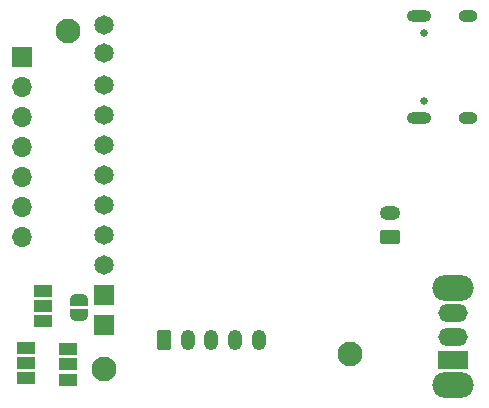
<source format=gbr>
%TF.GenerationSoftware,KiCad,Pcbnew,(6.0.2)*%
%TF.CreationDate,2023-01-11T06:25:54-05:00*%
%TF.ProjectId,ferrous_slime,66657272-6f75-4735-9f73-6c696d652e6b,v0.4.0*%
%TF.SameCoordinates,Original*%
%TF.FileFunction,Soldermask,Bot*%
%TF.FilePolarity,Negative*%
%FSLAX46Y46*%
G04 Gerber Fmt 4.6, Leading zero omitted, Abs format (unit mm)*
G04 Created by KiCad (PCBNEW (6.0.2)) date 2023-01-11 06:25:54*
%MOMM*%
%LPD*%
G01*
G04 APERTURE LIST*
G04 Aperture macros list*
%AMRoundRect*
0 Rectangle with rounded corners*
0 $1 Rounding radius*
0 $2 $3 $4 $5 $6 $7 $8 $9 X,Y pos of 4 corners*
0 Add a 4 corners polygon primitive as box body*
4,1,4,$2,$3,$4,$5,$6,$7,$8,$9,$2,$3,0*
0 Add four circle primitives for the rounded corners*
1,1,$1+$1,$2,$3*
1,1,$1+$1,$4,$5*
1,1,$1+$1,$6,$7*
1,1,$1+$1,$8,$9*
0 Add four rect primitives between the rounded corners*
20,1,$1+$1,$2,$3,$4,$5,0*
20,1,$1+$1,$4,$5,$6,$7,0*
20,1,$1+$1,$6,$7,$8,$9,0*
20,1,$1+$1,$8,$9,$2,$3,0*%
%AMFreePoly0*
4,1,22,0.500000,-0.750000,0.000000,-0.750000,0.000000,-0.745033,-0.079941,-0.743568,-0.215256,-0.701293,-0.333266,-0.622738,-0.424486,-0.514219,-0.481581,-0.384460,-0.499164,-0.250000,-0.500000,-0.250000,-0.500000,0.250000,-0.499164,0.250000,-0.499963,0.256109,-0.478152,0.396186,-0.417904,0.524511,-0.324060,0.630769,-0.204165,0.706417,-0.067858,0.745374,0.000000,0.744959,0.000000,0.750000,
0.500000,0.750000,0.500000,-0.750000,0.500000,-0.750000,$1*%
%AMFreePoly1*
4,1,20,0.000000,0.744959,0.073905,0.744508,0.209726,0.703889,0.328688,0.626782,0.421226,0.519385,0.479903,0.390333,0.500000,0.250000,0.500000,-0.250000,0.499851,-0.262216,0.476331,-0.402017,0.414519,-0.529596,0.319384,-0.634700,0.198574,-0.708877,0.061801,-0.746166,0.000000,-0.745033,0.000000,-0.750000,-0.500000,-0.750000,-0.500000,0.750000,0.000000,0.750000,0.000000,0.744959,
0.000000,0.744959,$1*%
G04 Aperture macros list end*
%ADD10O,1.200000X1.750000*%
%ADD11RoundRect,0.250000X-0.350000X-0.625000X0.350000X-0.625000X0.350000X0.625000X-0.350000X0.625000X0*%
%ADD12C,2.100000*%
%ADD13RoundRect,0.250000X0.625000X-0.350000X0.625000X0.350000X-0.625000X0.350000X-0.625000X-0.350000X0*%
%ADD14O,1.750000X1.200000*%
%ADD15O,3.500000X2.200000*%
%ADD16R,2.500000X1.500000*%
%ADD17O,2.500000X1.500000*%
%ADD18C,0.650000*%
%ADD19O,1.600000X1.000000*%
%ADD20O,2.100000X1.000000*%
%ADD21C,1.651000*%
%ADD22R,1.778000X1.778000*%
%ADD23R,1.651000X1.651000*%
%ADD24R,1.700000X1.700000*%
%ADD25O,1.700000X1.700000*%
%ADD26FreePoly0,90.000000*%
%ADD27FreePoly1,90.000000*%
%ADD28R,1.500000X1.000000*%
G04 APERTURE END LIST*
D10*
%TO.C,J1*%
X77850000Y-58367000D03*
X75850000Y-58367000D03*
X73850000Y-58367000D03*
X71850000Y-58367000D03*
D11*
X69850000Y-58367000D03*
%TD*%
D12*
%TO.C,H3*%
X61722000Y-32258000D03*
%TD*%
%TO.C,H1*%
X64770000Y-60833000D03*
%TD*%
D13*
%TO.C,J3*%
X88950800Y-49641000D03*
D14*
X88950800Y-47641000D03*
%TD*%
D12*
%TO.C,H2*%
X85598000Y-59563000D03*
%TD*%
D15*
%TO.C,SW1*%
X94266004Y-62212986D03*
X94266004Y-54012986D03*
D16*
X94266004Y-60112986D03*
D17*
X94266004Y-58112986D03*
X94266004Y-56112986D03*
%TD*%
D18*
%TO.C,J4*%
X91883000Y-32362990D03*
X91883000Y-38142990D03*
D19*
X95563000Y-30932990D03*
D20*
X91383000Y-39572990D03*
D19*
X95563000Y-39572990D03*
D20*
X91383000Y-30932990D03*
%TD*%
D21*
%TO.C,U1*%
X64784460Y-34120462D03*
X64784460Y-31707462D03*
D22*
X64770000Y-57096990D03*
D23*
X64784460Y-54567462D03*
D21*
X64784460Y-52027462D03*
X64784460Y-49487462D03*
X64784460Y-46947462D03*
X64784460Y-44407462D03*
X64784460Y-41867462D03*
X64784460Y-39327462D03*
X64784460Y-36787462D03*
%TD*%
D24*
%TO.C,J2*%
X57785000Y-34417000D03*
D25*
X57785000Y-36957000D03*
X57785000Y-39497000D03*
X57785000Y-42037000D03*
X57785000Y-44577000D03*
X57785000Y-47117000D03*
X57785000Y-49657000D03*
%TD*%
D26*
%TO.C,JP4*%
X62611000Y-56276000D03*
D27*
X62611000Y-54976000D03*
%TD*%
D28*
%TO.C,JP1*%
X59563000Y-54199000D03*
X59563000Y-55499000D03*
X59563000Y-56799000D03*
%TD*%
%TO.C,JP3*%
X58166000Y-59025000D03*
X58166000Y-60325000D03*
X58166000Y-61625000D03*
%TD*%
%TO.C,JP2*%
X61722000Y-61752000D03*
X61722000Y-60452000D03*
X61722000Y-59152000D03*
%TD*%
M02*

</source>
